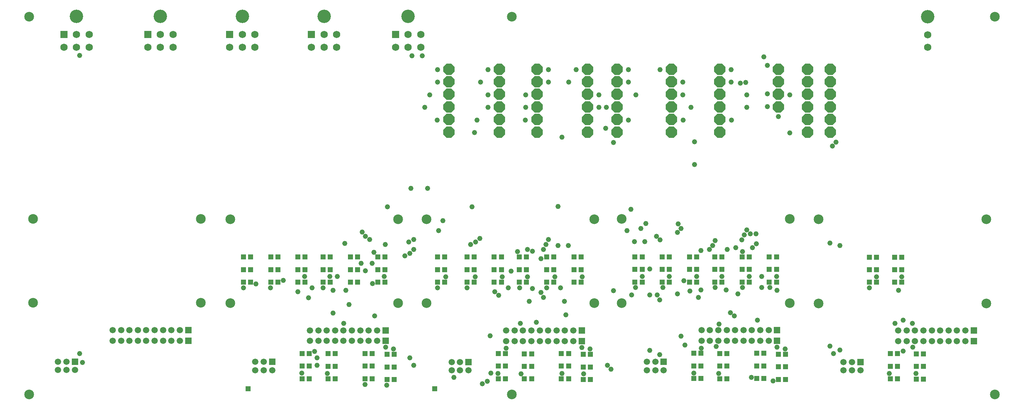
<source format=gts>
G75*
G70*
%OFA0B0*%
%FSLAX24Y24*%
%IPPOS*%
%LPD*%
%AMOC8*
5,1,8,0,0,1.08239X$1,22.5*
%
%ADD10C,0.0907*%
%ADD11R,0.0595X0.0595*%
%ADD12C,0.0595*%
%ADD13R,0.0474X0.0513*%
%ADD14R,0.0513X0.0474*%
%ADD15R,0.0682X0.0682*%
%ADD16C,0.0682*%
%ADD17C,0.1261*%
%ADD18OC8,0.1080*%
%ADD19R,0.0516X0.0516*%
%ADD20C,0.0480*%
D10*
X002170Y002170D03*
X021015Y010735D03*
X018263Y010763D03*
X002515Y010763D03*
X002515Y018637D03*
X018263Y018637D03*
X021015Y018609D03*
X036763Y018609D03*
X039420Y018601D03*
X055168Y018601D03*
X057739Y018621D03*
X073487Y018621D03*
X076184Y018593D03*
X091932Y018593D03*
X073487Y010747D03*
X076184Y010719D03*
X091932Y010719D03*
X092721Y002170D03*
X057739Y010747D03*
X055168Y010727D03*
X039420Y010727D03*
X036763Y010735D03*
X047446Y002170D03*
X047446Y037603D03*
X092721Y037603D03*
X002170Y037603D03*
D11*
X017081Y008204D03*
X017081Y007219D03*
X024952Y005223D03*
X035581Y007192D03*
X035581Y008176D03*
X043357Y005215D03*
X053987Y007184D03*
X053987Y008168D03*
X061676Y005235D03*
X072306Y007204D03*
X072306Y008188D03*
X080121Y005207D03*
X090751Y007176D03*
X090751Y008160D03*
X006452Y005251D03*
D12*
X005664Y005251D03*
X004877Y005251D03*
X004877Y004463D03*
X005664Y004463D03*
X006452Y004463D03*
X009995Y007219D03*
X010782Y007219D03*
X011570Y007219D03*
X012357Y007219D03*
X013144Y007219D03*
X013932Y007219D03*
X014719Y007219D03*
X015507Y007219D03*
X016294Y007219D03*
X016294Y008204D03*
X015507Y008204D03*
X014719Y008204D03*
X013932Y008204D03*
X013144Y008204D03*
X012357Y008204D03*
X011570Y008204D03*
X010782Y008204D03*
X009995Y008204D03*
X023377Y005223D03*
X024164Y005223D03*
X024164Y004436D03*
X023377Y004436D03*
X024952Y004436D03*
X028495Y007192D03*
X029282Y007192D03*
X030070Y007192D03*
X030857Y007192D03*
X031644Y007192D03*
X032432Y007192D03*
X033219Y007192D03*
X034007Y007192D03*
X034794Y007192D03*
X034794Y008176D03*
X034007Y008176D03*
X033219Y008176D03*
X032432Y008176D03*
X031644Y008176D03*
X030857Y008176D03*
X030070Y008176D03*
X029282Y008176D03*
X028495Y008176D03*
X041782Y005215D03*
X042570Y005215D03*
X042570Y004428D03*
X043357Y004428D03*
X041782Y004428D03*
X046900Y007184D03*
X047688Y007184D03*
X048475Y007184D03*
X049263Y007184D03*
X050050Y007184D03*
X050837Y007184D03*
X051625Y007184D03*
X052412Y007184D03*
X053200Y007184D03*
X053200Y008168D03*
X052412Y008168D03*
X051625Y008168D03*
X050837Y008168D03*
X050050Y008168D03*
X049263Y008168D03*
X048475Y008168D03*
X047688Y008168D03*
X046900Y008168D03*
X060101Y005235D03*
X060889Y005235D03*
X060889Y004448D03*
X061676Y004448D03*
X060101Y004448D03*
X065219Y007204D03*
X066007Y007204D03*
X066794Y007204D03*
X067581Y007204D03*
X068369Y007204D03*
X069156Y007204D03*
X069944Y007204D03*
X070731Y007204D03*
X071519Y007204D03*
X071519Y008188D03*
X070731Y008188D03*
X069944Y008188D03*
X069156Y008188D03*
X068369Y008188D03*
X067581Y008188D03*
X066794Y008188D03*
X066007Y008188D03*
X065219Y008188D03*
X078546Y005207D03*
X079333Y005207D03*
X079333Y004420D03*
X078546Y004420D03*
X080121Y004420D03*
X083664Y007176D03*
X084452Y007176D03*
X085239Y007176D03*
X086026Y007176D03*
X086814Y007176D03*
X087601Y007176D03*
X088389Y007176D03*
X089176Y007176D03*
X089963Y007176D03*
X089963Y008160D03*
X089176Y008160D03*
X088389Y008160D03*
X087601Y008160D03*
X086814Y008160D03*
X086026Y008160D03*
X085239Y008160D03*
X084452Y008160D03*
X083664Y008160D03*
D13*
X083605Y004814D03*
X082936Y004814D03*
X085377Y004794D03*
X086046Y004794D03*
X086046Y003613D03*
X085377Y003613D03*
X083605Y003633D03*
X082936Y003633D03*
X073113Y003581D03*
X072444Y003581D03*
X072444Y004763D03*
X073113Y004763D03*
X071066Y004841D03*
X070396Y004841D03*
X070396Y003660D03*
X071066Y003660D03*
X067601Y003641D03*
X066932Y003641D03*
X065160Y003660D03*
X064491Y003660D03*
X064491Y004841D03*
X065160Y004841D03*
X066932Y004822D03*
X067601Y004822D03*
X054794Y004743D03*
X054125Y004743D03*
X052747Y004822D03*
X052078Y004822D03*
X052078Y003641D03*
X052747Y003641D03*
X054125Y003562D03*
X054794Y003562D03*
X049282Y003621D03*
X048613Y003621D03*
X046841Y003641D03*
X046172Y003641D03*
X046172Y004822D03*
X046841Y004822D03*
X048613Y004802D03*
X049282Y004802D03*
X036389Y004751D03*
X035719Y004751D03*
X034341Y004830D03*
X033672Y004830D03*
X033672Y003648D03*
X034341Y003648D03*
X035719Y003570D03*
X036389Y003570D03*
X030877Y003629D03*
X030207Y003629D03*
X028436Y003648D03*
X027767Y003648D03*
X027767Y004830D03*
X028436Y004830D03*
X030207Y004810D03*
X030877Y004810D03*
X030404Y012704D03*
X029735Y012704D03*
X028042Y012704D03*
X027373Y012704D03*
X025483Y012704D03*
X024814Y012704D03*
X022924Y012704D03*
X022255Y012704D03*
X022255Y013885D03*
X022924Y013885D03*
X024814Y013885D03*
X025483Y013885D03*
X027373Y013885D03*
X028042Y013885D03*
X029735Y013885D03*
X030404Y013885D03*
X032294Y013885D03*
X032963Y013885D03*
X034853Y013885D03*
X035522Y013885D03*
X035522Y012704D03*
X034853Y012704D03*
X032963Y012704D03*
X032294Y012704D03*
X040463Y012696D03*
X041133Y012696D03*
X043219Y012696D03*
X043889Y012696D03*
X045778Y012696D03*
X046448Y012696D03*
X048141Y012696D03*
X048810Y012696D03*
X050700Y012696D03*
X051369Y012696D03*
X053259Y012696D03*
X053928Y012696D03*
X053928Y013877D03*
X053259Y013877D03*
X051369Y013877D03*
X050700Y013877D03*
X048810Y013877D03*
X048141Y013877D03*
X046448Y013877D03*
X045778Y013877D03*
X043889Y013877D03*
X043219Y013877D03*
X041133Y013877D03*
X040463Y013877D03*
X058979Y013896D03*
X059648Y013896D03*
X061538Y013896D03*
X062207Y013896D03*
X064097Y013896D03*
X064767Y013896D03*
X066459Y013896D03*
X067129Y013896D03*
X069019Y013896D03*
X069688Y013896D03*
X071578Y013896D03*
X072247Y013896D03*
X072247Y012715D03*
X071578Y012715D03*
X069688Y012715D03*
X069019Y012715D03*
X067129Y012715D03*
X066459Y012715D03*
X064767Y012715D03*
X064097Y012715D03*
X062207Y012715D03*
X061538Y012715D03*
X059648Y012715D03*
X058979Y012715D03*
X080967Y012688D03*
X081637Y012688D03*
X083330Y012688D03*
X083999Y012688D03*
X083999Y013869D03*
X083330Y013869D03*
X081637Y013869D03*
X080967Y013869D03*
D14*
X080967Y015050D03*
X081637Y015050D03*
X083330Y015050D03*
X083999Y015050D03*
X072247Y015078D03*
X071578Y015078D03*
X069688Y015078D03*
X069019Y015078D03*
X067129Y015078D03*
X066459Y015078D03*
X064767Y015078D03*
X064097Y015078D03*
X062207Y015078D03*
X061538Y015078D03*
X059648Y015078D03*
X058979Y015078D03*
X053928Y015058D03*
X053259Y015058D03*
X051369Y015058D03*
X050700Y015058D03*
X048810Y015058D03*
X048141Y015058D03*
X046448Y015058D03*
X045778Y015058D03*
X043889Y015058D03*
X043219Y015058D03*
X041133Y015058D03*
X040463Y015058D03*
X035522Y015066D03*
X034853Y015066D03*
X032963Y015066D03*
X032294Y015066D03*
X030404Y015066D03*
X029735Y015066D03*
X028042Y015066D03*
X027373Y015066D03*
X025483Y015066D03*
X024814Y015066D03*
X022924Y015066D03*
X022255Y015066D03*
X027767Y006011D03*
X028436Y006011D03*
X030207Y005991D03*
X030877Y005991D03*
X033672Y006011D03*
X034341Y006011D03*
X035719Y005932D03*
X036389Y005932D03*
X046172Y006003D03*
X046841Y006003D03*
X048613Y005983D03*
X049282Y005983D03*
X052078Y006003D03*
X052747Y006003D03*
X054125Y005924D03*
X054794Y005924D03*
X064491Y006022D03*
X065160Y006022D03*
X066932Y006003D03*
X067601Y006003D03*
X070396Y006022D03*
X071066Y006022D03*
X072444Y005944D03*
X073113Y005944D03*
X082936Y005995D03*
X083605Y005995D03*
X085377Y005975D03*
X086046Y005975D03*
D15*
X036520Y035930D03*
X028646Y035930D03*
X020969Y035930D03*
X013292Y035930D03*
X005418Y035930D03*
D16*
X006599Y035930D03*
X007780Y035930D03*
X007780Y034749D03*
X006599Y034749D03*
X005418Y034749D03*
X013292Y034749D03*
X014473Y034749D03*
X015654Y034749D03*
X015654Y035930D03*
X014473Y035930D03*
X020969Y034749D03*
X022150Y034749D03*
X023331Y034749D03*
X023331Y035930D03*
X022150Y035930D03*
X028646Y034749D03*
X029828Y034749D03*
X031009Y034749D03*
X031009Y035930D03*
X029828Y035930D03*
X036520Y034749D03*
X037702Y034749D03*
X038883Y034749D03*
X038883Y035930D03*
X037702Y035930D03*
X086422Y035902D03*
X086422Y034721D03*
D17*
X086422Y037603D03*
X037702Y037631D03*
X029828Y037631D03*
X022150Y037631D03*
X014473Y037631D03*
X006599Y037631D03*
D18*
X041540Y032682D03*
X041540Y031501D03*
X041540Y030320D03*
X041540Y029139D03*
X041540Y027957D03*
X041540Y026776D03*
X046265Y026776D03*
X046265Y027957D03*
X046265Y029139D03*
X046265Y030320D03*
X046265Y031501D03*
X046265Y032682D03*
X049808Y032682D03*
X049808Y031501D03*
X049808Y030320D03*
X049808Y029139D03*
X049808Y027957D03*
X049808Y026776D03*
X054532Y026776D03*
X054532Y027957D03*
X054532Y029139D03*
X054532Y030320D03*
X054532Y031501D03*
X054532Y032682D03*
X057288Y032682D03*
X057288Y031501D03*
X057288Y030320D03*
X057288Y029139D03*
X057288Y027957D03*
X057288Y026776D03*
X062406Y026776D03*
X062406Y027957D03*
X062406Y029139D03*
X062406Y030320D03*
X062406Y031501D03*
X062406Y032682D03*
X066934Y032682D03*
X066934Y031501D03*
X066934Y030320D03*
X066934Y029139D03*
X066934Y027957D03*
X066934Y026776D03*
X072446Y029139D03*
X072446Y030320D03*
X072446Y031501D03*
X072446Y032682D03*
X075162Y032682D03*
X077308Y032682D03*
X077308Y031501D03*
X075162Y031501D03*
X075162Y030320D03*
X077308Y030320D03*
X077308Y029139D03*
X075162Y029139D03*
X075162Y027957D03*
X077308Y027957D03*
X077308Y026776D03*
X075162Y026776D03*
D19*
X040202Y002702D03*
X022702Y002702D03*
D20*
X027721Y004178D03*
X029178Y004887D03*
X029178Y005595D03*
X028942Y006186D03*
X030123Y004139D03*
X033666Y003115D03*
X035713Y003036D03*
X038233Y004887D03*
X037879Y005595D03*
X036343Y006422D03*
X035595Y006619D03*
X031658Y008824D03*
X030674Y009808D03*
X032170Y010595D03*
X034572Y009532D03*
X031855Y011934D03*
X030674Y011934D03*
X029729Y012170D03*
X028706Y012170D03*
X028351Y011225D03*
X027367Y011816D03*
X024808Y012170D03*
X025989Y012879D03*
X027997Y013233D03*
X030359Y013233D03*
X031068Y013233D03*
X033312Y014454D03*
X034335Y014454D03*
X033706Y013784D03*
X035477Y013233D03*
X034375Y012564D03*
X040477Y012170D03*
X041225Y013194D03*
X043233Y012170D03*
X043981Y013194D03*
X046540Y013194D03*
X047367Y013745D03*
X048902Y013194D03*
X049375Y012091D03*
X050162Y011737D03*
X050398Y011265D03*
X050713Y012170D03*
X052013Y012170D03*
X051461Y013194D03*
X054020Y013194D03*
X056973Y011894D03*
X058666Y011501D03*
X059020Y012209D03*
X060359Y011501D03*
X061068Y011501D03*
X061304Y011028D03*
X062957Y011619D03*
X064139Y011855D03*
X064926Y011265D03*
X065162Y011973D03*
X066501Y012209D03*
X067524Y011973D03*
X068627Y011619D03*
X069060Y012209D03*
X070871Y012209D03*
X071619Y012209D03*
X072288Y011934D03*
X072249Y013233D03*
X070871Y013233D03*
X069690Y013233D03*
X067131Y013233D03*
X064769Y013233D03*
X063548Y012839D03*
X062209Y013233D03*
X060359Y013942D03*
X059650Y013233D03*
X061580Y012209D03*
X067918Y009847D03*
X068312Y009532D03*
X066855Y008784D03*
X070477Y009139D03*
X072288Y006619D03*
X073076Y006422D03*
X077249Y006698D03*
X077603Y005989D03*
X078194Y006343D03*
X082839Y004139D03*
X085320Y004139D03*
X084139Y006225D03*
X085044Y006619D03*
X085005Y008824D03*
X084139Y009139D03*
X083351Y008824D03*
X083706Y011934D03*
X083981Y013194D03*
X081619Y013194D03*
X080950Y012170D03*
X078194Y016146D03*
X077249Y016383D03*
X070359Y016304D03*
X070005Y015950D03*
X069060Y015556D03*
X068430Y015950D03*
X067643Y015753D03*
X066501Y016619D03*
X066265Y016146D03*
X065950Y015753D03*
X065162Y015674D03*
X062957Y017367D03*
X063312Y017721D03*
X063036Y018154D03*
X060989Y017013D03*
X061343Y016658D03*
X059887Y016501D03*
X058942Y016501D03*
X058233Y017524D03*
X059532Y017721D03*
X060005Y018194D03*
X058587Y019532D03*
X051776Y019808D03*
X050871Y016698D03*
X050635Y016225D03*
X050398Y015753D03*
X049375Y015595D03*
X048902Y015753D03*
X047957Y015556D03*
X050162Y014887D03*
X051776Y016146D03*
X052721Y016146D03*
X044414Y016816D03*
X044020Y016461D03*
X043548Y016225D03*
X040556Y017524D03*
X040950Y018469D03*
X043706Y019769D03*
X039532Y021501D03*
X037957Y021501D03*
X035753Y019769D03*
X033391Y017406D03*
X033706Y017013D03*
X034099Y016698D03*
X034493Y015517D03*
X035556Y016225D03*
X037406Y015162D03*
X037879Y015398D03*
X038233Y015753D03*
X037761Y016461D03*
X038233Y016698D03*
X031776Y016343D03*
X023430Y012524D03*
X022249Y012170D03*
X006894Y005989D03*
X007170Y005162D03*
X042013Y003784D03*
X044650Y003154D03*
X045123Y003391D03*
X045477Y004178D03*
X046146Y004139D03*
X048312Y004099D03*
X052131Y004139D03*
X054178Y004099D03*
X056383Y004887D03*
X056737Y004532D03*
X060359Y006304D03*
X061304Y005910D03*
X063666Y006816D03*
X065202Y006501D03*
X066580Y006658D03*
X063312Y007643D03*
X064493Y004178D03*
X066816Y004139D03*
X069887Y003784D03*
X071934Y003430D03*
X054769Y006422D03*
X053981Y006580D03*
X049729Y008942D03*
X048233Y008824D03*
X045398Y007682D03*
X046894Y006501D03*
X052485Y009650D03*
X052367Y010910D03*
X049060Y010910D03*
X048154Y012170D03*
X047091Y012170D03*
X045831Y011816D03*
X046186Y011461D03*
X068981Y016658D03*
X069217Y017131D03*
X069454Y017603D03*
X069808Y017249D03*
X070320Y017249D03*
X064572Y023745D03*
X064572Y025871D03*
X063509Y027918D03*
X064217Y029099D03*
X063469Y030280D03*
X063469Y031461D03*
X061343Y032643D03*
X058351Y032643D03*
X058351Y031461D03*
X059060Y030280D03*
X056304Y029099D03*
X055595Y029099D03*
X055595Y030280D03*
X052761Y031461D03*
X050871Y031461D03*
X050871Y032643D03*
X053469Y032643D03*
X048745Y030280D03*
X048745Y029099D03*
X048706Y027918D03*
X045202Y029099D03*
X045202Y030280D03*
X044493Y031461D03*
X045202Y032643D03*
X040477Y032643D03*
X040477Y031461D03*
X039729Y030280D03*
X039257Y029099D03*
X040438Y027918D03*
X043942Y026737D03*
X044178Y027918D03*
X052131Y026304D03*
X056225Y027131D03*
X058351Y027918D03*
X056973Y025792D03*
X068036Y027918D03*
X069454Y029099D03*
X071383Y029178D03*
X071383Y030359D03*
X069454Y030280D03*
X069375Y031422D03*
X068863Y031383D03*
X067997Y031461D03*
X067997Y032643D03*
X071068Y033824D03*
X071383Y033036D03*
X073509Y030280D03*
X072446Y028233D03*
X073509Y026698D03*
X077485Y025477D03*
X077839Y025831D03*
X039020Y033942D03*
X038076Y033942D03*
X006894Y033981D03*
M02*

</source>
